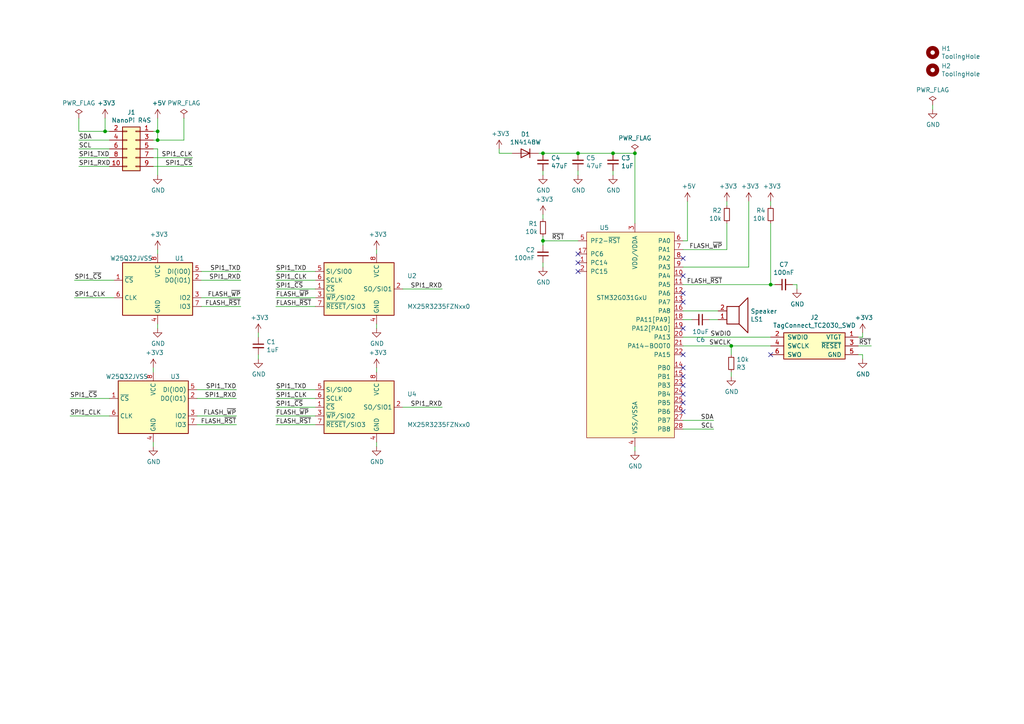
<source format=kicad_sch>
(kicad_sch (version 20211123) (generator eeschema)
  (paper "A4")
  (lib_symbols
    (symbol "Connector_Generic:Conn_02x05_Odd_Even" (pin_names (offset 1.016) hide)
      (property "Reference" "J" (at 1.27 7.62 0))
      (property "Value" "Conn_02x05_Odd_Even" (at 1.27 -7.62 0))
      (symbol "Conn_02x05_Odd_Even_1_1"
        (rectangle (start -1.27 -4.953) (end 0 -5.207) (stroke (width 0.1524)))
        (rectangle (start -1.27 -2.413) (end 0 -2.667) (stroke (width 0.1524)))
        (rectangle (start -1.27 0.127) (end 0 -0.127) (stroke (width 0.1524)))
        (rectangle (start -1.27 2.667) (end 0 2.413) (stroke (width 0.1524)))
        (rectangle (start -1.27 5.207) (end 0 4.953) (stroke (width 0.1524)))
        (rectangle (start -1.27 6.35) (end 3.81 -6.35) (stroke (width 0.254)) (fill (type background)))
        (rectangle (start 3.81 -4.953) (end 2.54 -5.207) (stroke (width 0.1524)))
        (rectangle (start 3.81 -2.413) (end 2.54 -2.667) (stroke (width 0.1524)))
        (rectangle (start 3.81 0.127) (end 2.54 -0.127) (stroke (width 0.1524)))
        (rectangle (start 3.81 2.667) (end 2.54 2.413) (stroke (width 0.1524)))
        (rectangle (start 3.81 5.207) (end 2.54 4.953) (stroke (width 0.1524)))
        (pin passive line (at -5.08 5.08 0) (length 3.81) (name "Pin_1") (number "1"))
        (pin passive line (at 7.62 -5.08 180) (length 3.81) (name "Pin_10") (number "10"))
        (pin passive line (at 7.62 5.08 180) (length 3.81) (name "Pin_2") (number "2"))
        (pin passive line (at -5.08 2.54 0) (length 3.81) (name "Pin_3") (number "3"))
        (pin passive line (at 7.62 2.54 180) (length 3.81) (name "Pin_4") (number "4"))
        (pin passive line (at -5.08 0 0) (length 3.81) (name "Pin_5") (number "5"))
        (pin passive line (at 7.62 0 180) (length 3.81) (name "Pin_6") (number "6"))
        (pin passive line (at -5.08 -2.54 0) (length 3.81) (name "Pin_7") (number "7"))
        (pin passive line (at 7.62 -2.54 180) (length 3.81) (name "Pin_8") (number "8"))
        (pin passive line (at -5.08 -5.08 0) (length 3.81) (name "Pin_9") (number "9"))
      )
    )
    (symbol "Connector_TagConnect:TagConnect_TC2030_SWD" (pin_names (offset 1.016))
      (property "Reference" "J" (at 0 -5.08 0))
      (property "Value" "TagConnect_TC2030_SWD" (at -2.54 5.08 0))
      (symbol "TagConnect_TC2030_SWD_1_1"
        (rectangle (start -8.89 3.81) (end 8.89 -3.81) (stroke (width 0.254)) (fill (type background)))
        (pin passive line (at -12.7 2.54 0) (length 3.81) (name "VTGT") (number "1"))
        (pin passive line (at 12.7 2.54 180) (length 3.81) (name "SWDIO") (number "2"))
        (pin passive line (at -12.7 0 0) (length 3.81) (name "~{RESET}") (number "3"))
        (pin passive line (at 12.7 0 180) (length 3.81) (name "SWCLK") (number "4"))
        (pin passive line (at -12.7 -2.54 0) (length 3.81) (name "GND") (number "5"))
        (pin passive line (at 12.7 -2.54 180) (length 3.81) (name "SWO") (number "6"))
      )
    )
    (symbol "Device:C_Small" (pin_numbers hide) (pin_names (offset 0.254) hide)
      (property "Reference" "C" (at 0.254 1.778 0))
      (property "Value" "C_Small" (at 0.254 -2.032 0))
      (symbol "C_Small_0_1"
        (polyline (pts (xy -1.524 -0.508) (xy 1.524 -0.508)) (stroke (width 0.3302)))
        (polyline (pts (xy -1.524 0.508) (xy 1.524 0.508)) (stroke (width 0.3048)))
      )
      (symbol "C_Small_1_1"
        (pin passive line (at 0 2.54 270) (length 2.032) (name "~") (number "1"))
        (pin passive line (at 0 -2.54 90) (length 2.032) (name "~") (number "2"))
      )
    )
    (symbol "Device:D" (pin_numbers hide) (pin_names (offset 1.016) hide)
      (property "Reference" "D" (at 0 2.54 0))
      (property "Value" "D" (at 0 -2.54 0))
      (symbol "D_0_1"
        (polyline (pts (xy -1.27 1.27) (xy -1.27 -1.27)) (stroke (width 0.254)))
        (polyline (pts (xy 1.27 0) (xy -1.27 0)))
        (polyline (pts (xy 1.27 1.27) (xy 1.27 -1.27) (xy -1.27 0) (xy 1.27 1.27)) (stroke (width 0.254)))
      )
      (symbol "D_1_1"
        (pin passive line (at -3.81 0 0) (length 2.54) (name "K") (number "1"))
        (pin passive line (at 3.81 0 180) (length 2.54) (name "A") (number "2"))
      )
    )
    (symbol "Device:R_Small" (pin_numbers hide) (pin_names (offset 0.254) hide)
      (property "Reference" "R" (at 0.762 0.508 0))
      (property "Value" "R_Small" (at 0.762 -1.016 0))
      (symbol "R_Small_0_1"
        (rectangle (start -0.762 1.778) (end 0.762 -1.778) (stroke (width 0.2032)))
      )
      (symbol "R_Small_1_1"
        (pin passive line (at 0 2.54 270) (length 0.762) (name "~") (number "1"))
        (pin passive line (at 0 -2.54 90) (length 0.762) (name "~") (number "2"))
      )
    )
    (symbol "Device:Speaker" (pin_names (offset 0) hide)
      (property "Reference" "LS" (at 1.27 5.715 0))
      (property "Value" "Speaker" (at 1.27 3.81 0))
      (symbol "Speaker_0_0"
        (rectangle (start -2.54 1.27) (end 1.016 -3.81) (stroke (width 0.254)))
        (polyline (pts (xy 1.016 1.27) (xy 3.556 3.81) (xy 3.556 -6.35) (xy 1.016 -3.81)) (stroke (width 0.254)))
      )
      (symbol "Speaker_1_1"
        (pin input line (at -5.08 0 0) (length 2.54) (name "1") (number "1"))
        (pin input line (at -5.08 -2.54 0) (length 2.54) (name "2") (number "2"))
      )
    )
    (symbol "MCU_ST_STM32G0:STM32G031GxU" (pin_names (offset 1.016))
      (property "Reference" "U" (at -10.16 31.75 0))
      (property "Value" "STM32G031GxU" (at -2.54 10.16 0))
      (symbol "STM32G031GxU_0_0"
        (pin bidirectional line (at -16.51 21.59 0) (length 2.54) (name "PC14") (number "1"))
        (pin bidirectional line (at 13.97 17.78 180) (length 2.54) (name "PA4") (number "10"))
        (pin bidirectional line (at 13.97 15.24 180) (length 2.54) (name "PA5") (number "11"))
        (pin bidirectional line (at 13.97 12.7 180) (length 2.54) (name "PA6") (number "12"))
        (pin bidirectional line (at 13.97 10.16 180) (length 2.54) (name "PA7") (number "13"))
        (pin bidirectional line (at 13.97 -8.89 180) (length 2.54) (name "PB0") (number "14"))
        (pin bidirectional line (at 13.97 -11.43 180) (length 2.54) (name "PB1") (number "15"))
        (pin bidirectional line (at 13.97 7.62 180) (length 2.54) (name "PA8") (number "16"))
        (pin bidirectional line (at -16.51 24.13 0) (length 2.54) (name "PC6") (number "17"))
        (pin bidirectional line (at 13.97 5.08 180) (length 2.54) (name "PA11[PA9]") (number "18"))
        (pin bidirectional line (at 13.97 2.54 180) (length 2.54) (name "PA12[PA10]") (number "19"))
        (pin bidirectional line (at -16.51 19.05 0) (length 2.54) (name "PC15") (number "2"))
        (pin bidirectional line (at 13.97 0 180) (length 2.54) (name "PA13") (number "20"))
        (pin bidirectional line (at 13.97 -2.54 180) (length 2.54) (name "PA14-BOOT0") (number "21"))
        (pin bidirectional line (at 13.97 -5.08 180) (length 2.54) (name "PA15") (number "22"))
        (pin bidirectional line (at 13.97 -13.97 180) (length 2.54) (name "PB3") (number "23"))
        (pin bidirectional line (at 13.97 -16.51 180) (length 2.54) (name "PB4") (number "24"))
        (pin bidirectional line (at 13.97 -19.05 180) (length 2.54) (name "PB5") (number "25"))
        (pin bidirectional line (at 13.97 -21.59 180) (length 2.54) (name "PB6") (number "26"))
        (pin bidirectional line (at 13.97 -24.13 180) (length 2.54) (name "PB7") (number "27"))
        (pin bidirectional line (at 13.97 -26.67 180) (length 2.54) (name "PB8") (number "28"))
        (pin power_in line (at 0 33.02 270) (length 2.54) (name "VDD/VDDA") (number "3"))
        (pin power_in line (at 0 -31.75 90) (length 2.54) (name "VSS/VSSA") (number "4"))
        (pin bidirectional line (at -16.51 27.94 0) (length 2.54) (name "PF2-~{RST}") (number "5"))
        (pin bidirectional line (at 13.97 27.94 180) (length 2.54) (name "PA0") (number "6"))
        (pin bidirectional line (at 13.97 25.4 180) (length 2.54) (name "PA1") (number "7"))
        (pin bidirectional line (at 13.97 22.86 180) (length 2.54) (name "PA2") (number "8"))
        (pin bidirectional line (at 13.97 20.32 180) (length 2.54) (name "PA3") (number "9"))
      )
      (symbol "STM32G031GxU_0_1"
        (rectangle (start -13.97 30.48) (end 11.43 -29.21) (fill (type background)))
      )
    )
    (symbol "Mechanical:MountingHole" (pin_names (offset 1.016))
      (property "Reference" "H" (at 0 5.08 0))
      (property "Value" "MountingHole" (at 0 3.175 0))
      (symbol "MountingHole_0_1"
        (circle (center 0 0) (radius 1.27) (stroke (width 1.27)))
      )
    )
    (symbol "Memory_Flash:MX25R3235FZNxx0"
      (property "Reference" "U" (at -8.89 8.89 0))
      (property "Value" "MX25R3235FZNxx0" (at 15.24 8.89 0))
      (symbol "MX25R3235FZNxx0_1_1"
        (rectangle (start -10.16 7.62) (end 10.16 -7.62) (stroke (width 0.254)) (fill (type background)))
        (pin input line (at -12.7 0 0) (length 2.54) (name "~{CS}") (number "1"))
        (pin bidirectional line (at 12.7 0 180) (length 2.54) (name "SO/SIO1") (number "2"))
        (pin bidirectional line (at -12.7 -2.54 0) (length 2.54) (name "~{WP}/SIO2") (number "3"))
        (pin power_in line (at 5.08 -10.16 90) (length 2.54) (name "GND") (number "4"))
        (pin bidirectional line (at -12.7 5.08 0) (length 2.54) (name "SI/SIO0") (number "5"))
        (pin input line (at -12.7 2.54 0) (length 2.54) (name "SCLK") (number "6"))
        (pin bidirectional line (at -12.7 -5.08 0) (length 2.54) (name "~{RESET}/SIO3") (number "7"))
        (pin power_in line (at 5.08 10.16 270) (length 2.54) (name "VCC") (number "8"))
        (pin passive line (at 5.08 -10.16 90) (length 2.54) hide (name "GND") (number "9"))
      )
    )
    (symbol "Memory_Flash:W25Q32JVSS"
      (property "Reference" "U" (at -8.89 8.89 0))
      (property "Value" "W25Q32JVSS" (at 7.62 8.89 0))
      (symbol "W25Q32JVSS_0_1"
        (rectangle (start -10.16 7.62) (end 10.16 -7.62) (stroke (width 0.254)) (fill (type background)))
      )
      (symbol "W25Q32JVSS_1_1"
        (pin input line (at -12.7 2.54 0) (length 2.54) (name "~{CS}") (number "1"))
        (pin bidirectional line (at 12.7 2.54 180) (length 2.54) (name "DO(IO1)") (number "2"))
        (pin bidirectional line (at 12.7 -2.54 180) (length 2.54) (name "IO2") (number "3"))
        (pin power_in line (at 0 -10.16 90) (length 2.54) (name "GND") (number "4"))
        (pin bidirectional line (at 12.7 5.08 180) (length 2.54) (name "DI(IO0)") (number "5"))
        (pin input line (at -12.7 -2.54 0) (length 2.54) (name "CLK") (number "6"))
        (pin bidirectional line (at 12.7 -5.08 180) (length 2.54) (name "IO3") (number "7"))
        (pin power_in line (at 0 10.16 270) (length 2.54) (name "VCC") (number "8"))
      )
    )
    (symbol "power:+3V3" (power) (pin_names (offset 0))
      (property "Value" "+3V3" (at 0 3.556 0))
      (symbol "+3V3_0_1"
        (polyline (pts (xy -0.762 1.27) (xy 0 2.54)))
        (polyline (pts (xy 0 0) (xy 0 2.54)))
        (polyline (pts (xy 0 2.54) (xy 0.762 1.27)))
      )
      (symbol "+3V3_1_1"
        (pin power_in line (at 0 0 90) (length 0) hide (name "+3V3") (number "1"))
      )
    )
    (symbol "power:+5V" (power) (pin_names (offset 0))
      (property "Value" "+5V" (at 0 3.556 0))
      (symbol "+5V_0_1"
        (polyline (pts (xy -0.762 1.27) (xy 0 2.54)))
        (polyline (pts (xy 0 0) (xy 0 2.54)))
        (polyline (pts (xy 0 2.54) (xy 0.762 1.27)))
      )
      (symbol "+5V_1_1"
        (pin power_in line (at 0 0 90) (length 0) hide (name "+5V") (number "1"))
      )
    )
    (symbol "power:GND" (power) (pin_names (offset 0))
      (property "Value" "GND" (at 0 -3.81 0))
      (symbol "GND_0_1"
        (polyline (pts (xy 0 0) (xy 0 -1.27) (xy 1.27 -1.27) (xy 0 -2.54) (xy -1.27 -1.27) (xy 0 -1.27)))
      )
      (symbol "GND_1_1"
        (pin power_in line (at 0 0 270) (length 0) hide (name "GND") (number "1"))
      )
    )
    (symbol "power:PWR_FLAG" (power) (pin_numbers hide) (pin_names (offset 0) hide)
      (property "Value" "PWR_FLAG" (at 0 3.81 0))
      (symbol "PWR_FLAG_0_0"
        (pin power_out line (at 0 0 90) (length 0) (name "pwr") (number "1"))
      )
      (symbol "PWR_FLAG_0_1"
        (polyline (pts (xy 0 0) (xy 0 1.27) (xy -1.016 1.905) (xy 0 2.54) (xy 1.016 1.905) (xy 0 1.27)))
      )
    )
  )
  (junction (at 184.15 44.45))
  (junction (at 30.48 38.1))
  (junction (at 212.09 100.33))
  (junction (at 167.64 44.45))
  (junction (at 157.48 69.85))
  (junction (at 45.72 38.1))
  (junction (at 177.8 44.45))
  (junction (at 45.72 40.64))
  (junction (at 223.52 82.55))
  (junction (at 157.48 44.45))
  (no_connect (at 198.12 106.68))
  (no_connect (at 223.52 102.87))
  (no_connect (at 198.12 85.09))
  (no_connect (at 198.12 116.84))
  (no_connect (at 198.12 119.38))
  (no_connect (at 198.12 95.25))
  (no_connect (at 198.12 109.22))
  (no_connect (at 167.64 78.74))
  (no_connect (at 167.64 76.2))
  (no_connect (at 198.12 111.76))
  (no_connect (at 198.12 80.01))
  (no_connect (at 198.12 74.93))
  (no_connect (at 167.64 73.66))
  (no_connect (at 198.12 114.3))
  (no_connect (at 198.12 102.87))
  (no_connect (at 198.12 87.63))
  (wire (pts (xy 109.22 95.25) (xy 109.22 93.98)))
  (wire (pts (xy 223.52 82.55) (xy 224.79 82.55)))
  (wire (pts (xy 212.09 109.22) (xy 212.09 107.95)))
  (wire (pts (xy 177.8 44.45) (xy 184.15 44.45)))
  (wire (pts (xy 250.19 97.79) (xy 248.92 97.79)))
  (wire (pts (xy 156.21 44.45) (xy 157.48 44.45)))
  (wire (pts (xy 217.17 77.47) (xy 198.12 77.47)))
  (wire (pts (xy 198.12 72.39) (xy 210.82 72.39)))
  (wire (pts (xy 144.78 44.45) (xy 148.59 44.45)))
  (wire (pts (xy 157.48 44.45) (xy 167.64 44.45)))
  (wire (pts (xy 91.44 88.9) (xy 80.01 88.9)))
  (wire (pts (xy 45.72 38.1) (xy 45.72 40.64)))
  (wire (pts (xy 45.72 43.18) (xy 44.45 43.18)))
  (wire (pts (xy 80.01 78.74) (xy 91.44 78.74)))
  (wire (pts (xy 157.48 69.85) (xy 157.48 68.58)))
  (wire (pts (xy 68.58 113.03) (xy 57.15 113.03)))
  (wire (pts (xy 167.64 49.53) (xy 167.64 50.8)))
  (wire (pts (xy 198.12 82.55) (xy 223.52 82.55)))
  (wire (pts (xy 45.72 95.25) (xy 45.72 93.98)))
  (wire (pts (xy 69.85 78.74) (xy 58.42 78.74)))
  (wire (pts (xy 31.75 48.26) (xy 22.86 48.26)))
  (wire (pts (xy 80.01 81.28) (xy 91.44 81.28)))
  (wire (pts (xy 229.87 82.55) (xy 231.14 82.55)))
  (wire (pts (xy 57.15 115.57) (xy 68.58 115.57)))
  (wire (pts (xy 210.82 72.39) (xy 210.82 64.77)))
  (wire (pts (xy 55.88 45.72) (xy 44.45 45.72)))
  (wire (pts (xy 31.75 43.18) (xy 22.86 43.18)))
  (wire (pts (xy 44.45 106.68) (xy 44.45 107.95)))
  (wire (pts (xy 198.12 97.79) (xy 223.52 97.79)))
  (wire (pts (xy 144.78 43.18) (xy 144.78 44.45)))
  (wire (pts (xy 44.45 40.64) (xy 45.72 40.64)))
  (wire (pts (xy 270.51 30.48) (xy 270.51 31.75)))
  (wire (pts (xy 250.19 96.52) (xy 250.19 97.79)))
  (wire (pts (xy 109.22 129.54) (xy 109.22 128.27)))
  (wire (pts (xy 252.73 100.33) (xy 248.92 100.33)))
  (wire (pts (xy 45.72 72.39) (xy 45.72 73.66)))
  (wire (pts (xy 199.39 69.85) (xy 198.12 69.85)))
  (wire (pts (xy 109.22 72.39) (xy 109.22 73.66)))
  (wire (pts (xy 157.48 69.85) (xy 157.48 71.12)))
  (wire (pts (xy 116.84 83.82) (xy 128.27 83.82)))
  (wire (pts (xy 30.48 38.1) (xy 31.75 38.1)))
  (wire (pts (xy 53.34 40.64) (xy 45.72 40.64)))
  (wire (pts (xy 30.48 34.29) (xy 30.48 38.1)))
  (wire (pts (xy 80.01 118.11) (xy 91.44 118.11)))
  (wire (pts (xy 80.01 115.57) (xy 91.44 115.57)))
  (wire (pts (xy 205.74 92.71) (xy 208.28 92.71)))
  (wire (pts (xy 22.86 38.1) (xy 30.48 38.1)))
  (wire (pts (xy 212.09 100.33) (xy 212.09 102.87)))
  (wire (pts (xy 91.44 120.65) (xy 80.01 120.65)))
  (wire (pts (xy 58.42 81.28) (xy 69.85 81.28)))
  (wire (pts (xy 200.66 92.71) (xy 198.12 92.71)))
  (wire (pts (xy 91.44 86.36) (xy 80.01 86.36)))
  (wire (pts (xy 80.01 113.03) (xy 91.44 113.03)))
  (wire (pts (xy 45.72 34.29) (xy 45.72 38.1)))
  (wire (pts (xy 157.48 77.47) (xy 157.48 76.2)))
  (wire (pts (xy 80.01 83.82) (xy 91.44 83.82)))
  (wire (pts (xy 184.15 130.81) (xy 184.15 129.54)))
  (wire (pts (xy 198.12 90.17) (xy 208.28 90.17)))
  (wire (pts (xy 116.84 118.11) (xy 128.27 118.11)))
  (wire (pts (xy 223.52 58.42) (xy 223.52 59.69)))
  (wire (pts (xy 167.64 44.45) (xy 177.8 44.45)))
  (wire (pts (xy 58.42 86.36) (xy 69.85 86.36)))
  (wire (pts (xy 44.45 129.54) (xy 44.45 128.27)))
  (wire (pts (xy 44.45 38.1) (xy 45.72 38.1)))
  (wire (pts (xy 21.59 81.28) (xy 33.02 81.28)))
  (wire (pts (xy 74.93 104.14) (xy 74.93 102.87)))
  (wire (pts (xy 22.86 45.72) (xy 31.75 45.72)))
  (wire (pts (xy 217.17 58.42) (xy 217.17 77.47)))
  (wire (pts (xy 57.15 120.65) (xy 68.58 120.65)))
  (wire (pts (xy 250.19 104.14) (xy 250.19 102.87)))
  (wire (pts (xy 58.42 88.9) (xy 69.85 88.9)))
  (wire (pts (xy 91.44 123.19) (xy 80.01 123.19)))
  (wire (pts (xy 20.32 115.57) (xy 31.75 115.57)))
  (wire (pts (xy 157.48 49.53) (xy 157.48 50.8)))
  (wire (pts (xy 55.88 48.26) (xy 44.45 48.26)))
  (wire (pts (xy 21.59 86.36) (xy 33.02 86.36)))
  (wire (pts (xy 184.15 44.45) (xy 184.15 64.77)))
  (wire (pts (xy 45.72 50.8) (xy 45.72 43.18)))
  (wire (pts (xy 212.09 100.33) (xy 223.52 100.33)))
  (wire (pts (xy 198.12 100.33) (xy 212.09 100.33)))
  (wire (pts (xy 231.14 82.55) (xy 231.14 83.82)))
  (wire (pts (xy 199.39 58.42) (xy 199.39 69.85)))
  (wire (pts (xy 20.32 120.65) (xy 31.75 120.65)))
  (wire (pts (xy 74.93 96.52) (xy 74.93 97.79)))
  (wire (pts (xy 157.48 62.23) (xy 157.48 63.5)))
  (wire (pts (xy 198.12 124.46) (xy 207.01 124.46)))
  (wire (pts (xy 250.19 102.87) (xy 248.92 102.87)))
  (wire (pts (xy 53.34 34.29) (xy 53.34 40.64)))
  (wire (pts (xy 198.12 121.92) (xy 207.01 121.92)))
  (wire (pts (xy 109.22 106.68) (xy 109.22 107.95)))
  (wire (pts (xy 167.64 69.85) (xy 157.48 69.85)))
  (wire (pts (xy 177.8 49.53) (xy 177.8 50.8)))
  (wire (pts (xy 22.86 34.29) (xy 22.86 38.1)))
  (wire (pts (xy 31.75 40.64) (xy 22.86 40.64)))
  (wire (pts (xy 210.82 58.42) (xy 210.82 59.69)))
  (wire (pts (xy 223.52 64.77) (xy 223.52 82.55)))
  (wire (pts (xy 57.15 123.19) (xy 68.58 123.19)))
  (label "SPI1_RXD" (at 128.27 118.11 180))
  (label "SPI1_TXD" (at 22.86 45.72 0))
  (label "SPI1_TXD" (at 68.58 113.03 180))
  (label "SDA" (at 22.86 40.64 0))
  (label "FLASH_~{WP}" (at 80.01 120.65 0))
  (label "SPI1_~{CS}" (at 55.88 48.26 180))
  (label "SPI1_~{CS}" (at 80.01 83.82 0))
  (label "SPI1_RXD" (at 68.58 115.57 180))
  (label "FLASH_~{WP}" (at 68.58 120.65 180))
  (label "SPI1_CLK" (at 55.88 45.72 180))
  (label "FLASH_~{RST}" (at 69.85 88.9 180))
  (label "~{RST}" (at 252.73 100.33 180))
  (label "SPI1_TXD" (at 69.85 78.74 180))
  (label "SPI1_RXD" (at 69.85 81.28 180))
  (label "FLASH_~{RST}" (at 80.01 88.9 0))
  (label "FLASH_~{WP}" (at 69.85 86.36 180))
  (label "SWCLK" (at 212.09 100.33 180))
  (label "SPI1_CLK" (at 80.01 81.28 0))
  (label "SPI1_TXD" (at 80.01 78.74 0))
  (label "SDA" (at 207.01 121.92 180))
  (label "FLASH_~{RST}" (at 68.58 123.19 180))
  (label "FLASH_~{WP}" (at 80.01 86.36 0))
  (label "SPI1_~{CS}" (at 80.01 118.11 0))
  (label "SPI1_RXD" (at 22.86 48.26 0))
  (label "FLASH_~{RST}" (at 80.01 123.19 0))
  (label "SPI1_~{CS}" (at 21.59 81.28 0))
  (label "~{RST}" (at 160.02 69.85 0))
  (label "FLASH_~{WP}" (at 209.55 72.39 180))
  (label "FLASH_~{RST}" (at 209.55 82.55 180))
  (label "SPI1_RXD" (at 128.27 83.82 180))
  (label "SPI1_CLK" (at 20.32 120.65 0))
  (label "SPI1_TXD" (at 80.01 113.03 0))
  (label "SPI1_CLK" (at 80.01 115.57 0))
  (label "SPI1_CLK" (at 21.59 86.36 0))
  (label "SCL" (at 22.86 43.18 0))
  (label "SPI1_~{CS}" (at 20.32 115.57 0))
  (label "SCL" (at 207.01 124.46 180))
  (label "SWDIO" (at 212.09 97.79 180))
  (symbol (lib_id "Memory_Flash:W25Q32JVSS") (at 45.72 83.82 0) (unit 1)
    (property "Reference" "U1" (at 52.07 74.93 0))
    (property "Value" "W25Q32JVSS" (at 38.1 74.93 0))
    (property "Footprint" "Package_SO:SOIC-8_5.23x5.23mm_P1.27mm" (effects hide))
    (property "Datasheet" "http://www.winbond.com/resource-files/w25q32jv%20revg%2003272018%20plus.pdf" (effects hide))
    (property "LCSC" "C190799" (effects hide))
  )
  (symbol (lib_id "Memory_Flash:MX25R3235FZNxx0") (at 104.14 83.82 0) (unit 1)
    (property "Reference" "U2" (at 118.11 80.01 0) (effects (justify left)))
    (property "Value" "MX25R3235FZNxx0" (at 118.11 88.9 0) (effects (justify left)))
    (property "Footprint" "Package_SON:WSON-8-1EP_6x5mm_P1.27mm_EP3.4x4mm" (effects hide))
    (property "Datasheet" "http://www.macronix.com/Lists/Datasheet/Attachments/7534/MX25R3235F,%20Wide%20Range,%2032Mb,%20v1.6.pdf" (effects hide))
  )
  (symbol (lib_id "Connector_Generic:Conn_02x05_Odd_Even") (at 39.37 43.18 0) (mirror y) (unit 1)
    (property "Reference" "J1" (at 38.1 32.5882 0))
    (property "Value" "NanoPi R4S" (at 38.1 34.8996 0))
    (property "Footprint" "Connector_PinHeader_2.54mm:PinHeader_2x05_P2.54mm_Vertical" (effects hide))
  )
  (symbol (lib_id "power:+5V") (at 45.72 34.29 0) (unit 1)
    (property "Reference" "#PWR0101" (effects hide))
    (property "Value" "+5V" (at 46.101 29.8958 0))
  )
  (symbol (lib_id "power:GND") (at 45.72 50.8 0) (unit 1)
    (property "Reference" "#PWR0102" (effects hide))
    (property "Value" "GND" (at 45.847 55.1942 0))
  )
  (symbol (lib_id "power:+3V3") (at 30.48 34.29 0) (unit 1)
    (property "Reference" "#PWR0103" (effects hide))
    (property "Value" "+3V3" (at 30.861 29.8958 0))
  )
  (symbol (lib_id "power:+3V3") (at 45.72 72.39 0) (unit 1)
    (property "Reference" "#PWR0104" (effects hide))
    (property "Value" "+3V3" (at 46.101 67.9958 0))
  )
  (symbol (lib_id "power:GND") (at 45.72 95.25 0) (unit 1)
    (property "Reference" "#PWR0105" (effects hide))
    (property "Value" "GND" (at 45.847 99.6442 0))
  )
  (symbol (lib_id "power:+3V3") (at 109.22 72.39 0) (unit 1)
    (property "Reference" "#PWR0106" (effects hide))
    (property "Value" "+3V3" (at 109.601 67.9958 0))
  )
  (symbol (lib_id "power:GND") (at 109.22 95.25 0) (unit 1)
    (property "Reference" "#PWR0107" (effects hide))
    (property "Value" "GND" (at 109.347 99.6442 0))
  )
  (symbol (lib_id "Memory_Flash:W25Q32JVSS") (at 44.45 118.11 0) (unit 1)
    (property "Reference" "U3" (at 50.8 109.22 0))
    (property "Value" "W25Q32JVSS" (at 36.83 109.22 0))
    (property "Footprint" "Package_SO:SOIC-8_7.5x5.85mm_P1.27mm" (effects hide))
    (property "Datasheet" "http://www.winbond.com/resource-files/w25q32jv%20revg%2003272018%20plus.pdf" (effects hide))
  )
  (symbol (lib_id "power:+3V3") (at 44.45 106.68 0) (unit 1)
    (property "Reference" "#PWR0108" (effects hide))
    (property "Value" "+3V3" (at 44.831 102.2858 0))
  )
  (symbol (lib_id "power:GND") (at 44.45 129.54 0) (unit 1)
    (property "Reference" "#PWR0109" (effects hide))
    (property "Value" "GND" (at 44.577 133.9342 0))
  )
  (symbol (lib_id "Memory_Flash:MX25R3235FZNxx0") (at 104.14 118.11 0) (unit 1)
    (property "Reference" "U4" (at 118.11 114.3 0) (effects (justify left)))
    (property "Value" "MX25R3235FZNxx0" (at 118.11 123.19 0) (effects (justify left)))
    (property "Footprint" "Package_WSON:WSON-8-1EP_8x6mm_P1.27mm_EP3.4x4.3mm" (effects hide))
    (property "Datasheet" "http://www.macronix.com/Lists/Datasheet/Attachments/7534/MX25R3235F,%20Wide%20Range,%2032Mb,%20v1.6.pdf" (effects hide))
  )
  (symbol (lib_id "power:+3V3") (at 109.22 106.68 0) (unit 1)
    (property "Reference" "#PWR0110" (effects hide))
    (property "Value" "+3V3" (at 109.601 102.2858 0))
  )
  (symbol (lib_id "power:GND") (at 109.22 129.54 0) (unit 1)
    (property "Reference" "#PWR0111" (effects hide))
    (property "Value" "GND" (at 109.347 133.9342 0))
  )
  (symbol (lib_id "Device:C_Small") (at 74.93 100.33 0) (unit 1)
    (property "Reference" "C1" (at 77.2668 99.1616 0) (effects (justify left)))
    (property "Value" "1uF" (at 77.2668 101.473 0) (effects (justify left)))
    (property "Footprint" "Capacitor_SMD:C_0402_1005Metric" (effects hide))
    (property "LCSC" "C52923" (effects hide))
  )
  (symbol (lib_id "power:GND") (at 74.93 104.14 0) (unit 1)
    (property "Reference" "#PWR0112" (effects hide))
    (property "Value" "GND" (at 75.057 108.5342 0))
  )
  (symbol (lib_id "power:+3V3") (at 74.93 96.52 0) (unit 1)
    (property "Reference" "#PWR0113" (effects hide))
    (property "Value" "+3V3" (at 75.311 92.1258 0))
  )
  (symbol (lib_id "Device:R_Small") (at 157.48 66.04 0) (mirror x) (unit 1)
    (property "Reference" "R1" (at 155.9814 64.8716 0) (effects (justify right)))
    (property "Value" "10k" (at 155.9814 67.183 0) (effects (justify right)))
    (property "Footprint" "Resistor_SMD:R_0402_1005Metric" (effects hide))
    (property "LCSC" "C25744" (effects hide))
  )
  (symbol (lib_id "MCU_ST_STM32G0:STM32G031GxU") (at 184.15 97.79 0) (unit 1)
    (property "Reference" "U5" (at 175.26 66.04 0))
    (property "Value" "STM32G031GxU" (at 180.34 86.36 0))
    (property "Footprint" "Package_QFN_ST:Package_QFN_ST_ST_UFQFPN-28_4x4mm_P0.5mm" (effects hide))
    (property "Datasheet" "https://www.st.com/resource/en/datasheet/stm32g031g6.pdf" (effects hide))
    (property "LCSC" "C432211" (effects hide))
  )
  (symbol (lib_id "Device:C_Small") (at 177.8 46.99 180) (unit 1)
    (property "Reference" "C3" (at 180.1368 45.8216 0) (effects (justify right)))
    (property "Value" "1uF" (at 180.1368 48.133 0) (effects (justify right)))
    (property "Footprint" "Capacitor_SMD:C_0402_1005Metric" (effects hide))
    (property "LCSC" "C52923" (effects hide))
  )
  (symbol (lib_id "power:+3V3") (at 144.78 43.18 0) (unit 1)
    (property "Reference" "#PWR0114" (effects hide))
    (property "Value" "+3V3" (at 145.161 38.7858 0))
  )
  (symbol (lib_id "power:GND") (at 177.8 50.8 0) (unit 1)
    (property "Reference" "#PWR0115" (effects hide))
    (property "Value" "GND" (at 177.927 55.1942 0))
  )
  (symbol (lib_id "Device:C_Small") (at 157.48 73.66 0) (mirror x) (unit 1)
    (property "Reference" "C2" (at 155.1686 72.4916 0) (effects (justify right)))
    (property "Value" "100nF" (at 155.1686 74.803 0) (effects (justify right)))
    (property "Footprint" "Capacitor_SMD:C_0402_1005Metric" (effects hide))
    (property "LCSC" "C1525" (effects hide))
  )
  (symbol (lib_id "power:+3V3") (at 157.48 62.23 0) (unit 1)
    (property "Reference" "#PWR0116" (effects hide))
    (property "Value" "+3V3" (at 157.861 57.8358 0))
  )
  (symbol (lib_id "power:GND") (at 157.48 77.47 0) (unit 1)
    (property "Reference" "#PWR0117" (effects hide))
    (property "Value" "GND" (at 157.607 81.8642 0))
  )
  (symbol (lib_id "power:+5V") (at 199.39 58.42 0) (unit 1)
    (property "Reference" "#PWR0118" (effects hide))
    (property "Value" "+5V" (at 199.771 54.0258 0))
  )
  (symbol (lib_id "power:GND") (at 184.15 130.81 0) (unit 1)
    (property "Reference" "#PWR0119" (effects hide))
    (property "Value" "GND" (at 184.277 135.2042 0))
  )
  (symbol (lib_id "Device:R_Small") (at 210.82 62.23 0) (mirror x) (unit 1)
    (property "Reference" "R2" (at 209.3214 61.0616 0) (effects (justify right)))
    (property "Value" "10k" (at 209.3214 63.373 0) (effects (justify right)))
    (property "Footprint" "Resistor_SMD:R_0402_1005Metric" (effects hide))
    (property "LCSC" "C25744" (effects hide))
  )
  (symbol (lib_id "power:+3V3") (at 210.82 58.42 0) (unit 1)
    (property "Reference" "#PWR0120" (effects hide))
    (property "Value" "+3V3" (at 211.201 54.0258 0))
  )
  (symbol (lib_id "Device:R_Small") (at 223.52 62.23 0) (mirror x) (unit 1)
    (property "Reference" "R4" (at 222.0214 61.0616 0) (effects (justify right)))
    (property "Value" "10k" (at 222.0214 63.373 0) (effects (justify right)))
    (property "Footprint" "Resistor_SMD:R_0402_1005Metric" (effects hide))
    (property "LCSC" "C25744" (effects hide))
  )
  (symbol (lib_id "power:+3V3") (at 223.52 58.42 0) (unit 1)
    (property "Reference" "#PWR0121" (effects hide))
    (property "Value" "+3V3" (at 223.901 54.0258 0))
  )
  (symbol (lib_id "Device:R_Small") (at 212.09 105.41 0) (mirror y) (unit 1)
    (property "Reference" "R3" (at 213.5886 106.5784 0) (effects (justify right)))
    (property "Value" "10k" (at 213.5886 104.267 0) (effects (justify right)))
    (property "Footprint" "Resistor_SMD:R_0402_1005Metric" (effects hide))
    (property "LCSC" "C25744" (effects hide))
  )
  (symbol (lib_id "power:GND") (at 212.09 109.22 0) (unit 1)
    (property "Reference" "#PWR0122" (effects hide))
    (property "Value" "GND" (at 212.217 113.6142 0))
  )
  (symbol (lib_id "Connector_TagConnect:TagConnect_TC2030_SWD") (at 236.22 100.33 0) (mirror y) (unit 1)
    (property "Reference" "J2" (at 236.22 92.075 0))
    (property "Value" "TagConnect_TC2030_SWD" (at 236.22 94.3864 0))
    (property "Footprint" "Connector:Tag-Connect_TC2030-IDC-NL_2x03_P1.27mm_Vertical" (effects hide))
  )
  (symbol (lib_id "power:GND") (at 250.19 104.14 0) (unit 1)
    (property "Reference" "#PWR0123" (effects hide))
    (property "Value" "GND" (at 250.317 108.5342 0))
  )
  (symbol (lib_id "power:+3V3") (at 250.19 96.52 0) (unit 1)
    (property "Reference" "#PWR0124" (effects hide))
    (property "Value" "+3V3" (at 250.571 92.1258 0))
  )
  (symbol (lib_id "Device:Speaker") (at 213.36 92.71 0) (mirror x) (unit 1)
    (property "Reference" "LS1" (at 217.678 92.6084 0) (effects (justify left)))
    (property "Value" "Speaker" (at 217.678 90.297 0) (effects (justify left)))
    (property "Footprint" "Speaker_jiangsu:MLT_7525" (effects hide))
    (property "LCSC" "C95299" (effects hide))
  )
  (symbol (lib_id "Device:C_Small") (at 203.2 92.71 270) (mirror x) (unit 1)
    (property "Reference" "C6" (at 203.2 98.5266 90))
    (property "Value" "10uF" (at 203.2 96.2152 90))
    (property "Footprint" "Capacitor_SMD:C_0402_1005Metric" (effects hide))
    (property "LCSC" "C15525" (effects hide))
  )
  (symbol (lib_id "power:+3V3") (at 217.17 58.42 0) (unit 1)
    (property "Reference" "#PWR0125" (effects hide))
    (property "Value" "+3V3" (at 217.551 54.0258 0))
  )
  (symbol (lib_id "Device:D") (at 152.4 44.45 180) (unit 1)
    (property "Reference" "D1" (at 152.4 38.9382 0))
    (property "Value" "1N4148W" (at 152.4 41.2496 0))
    (property "Footprint" "Diode_SMD:D_SOD-123" (effects hide))
    (property "LCSC" "C81598" (effects hide))
  )
  (symbol (lib_id "Device:C_Small") (at 167.64 46.99 180) (unit 1)
    (property "Reference" "C5" (at 169.9768 45.8216 0) (effects (justify right)))
    (property "Value" "47uF" (at 169.9768 48.133 0) (effects (justify right)))
    (property "Footprint" "Capacitor_SMD:C_0603_1608Metric" (effects hide))
    (property "LCSC" "C140782" (effects hide))
  )
  (symbol (lib_id "Device:C_Small") (at 157.48 46.99 180) (unit 1)
    (property "Reference" "C4" (at 159.8168 45.8216 0) (effects (justify right)))
    (property "Value" "47uF" (at 159.8168 48.133 0) (effects (justify right)))
    (property "Footprint" "Capacitor_SMD:C_0603_1608Metric" (effects hide))
    (property "LCSC" "C140782" (effects hide))
  )
  (symbol (lib_id "power:GND") (at 167.64 50.8 0) (unit 1)
    (property "Reference" "#PWR0126" (effects hide))
    (property "Value" "GND" (at 167.767 55.1942 0))
  )
  (symbol (lib_id "power:GND") (at 157.48 50.8 0) (unit 1)
    (property "Reference" "#PWR0127" (effects hide))
    (property "Value" "GND" (at 157.607 55.1942 0))
  )
  (symbol (lib_id "Mechanical:MountingHole") (at 270.51 15.24 0) (unit 1)
    (property "Reference" "H1" (at 273.05 14.0716 0) (effects (justify left)))
    (property "Value" "ToolingHole" (at 273.05 16.383 0) (effects (justify left)))
    (property "Footprint" "ToolingHole:ToolingHole_JLCSMT" (effects hide))
  )
  (symbol (lib_id "Mechanical:MountingHole") (at 270.51 20.32 0) (unit 1)
    (property "Reference" "H2" (at 273.05 19.1516 0) (effects (justify left)))
    (property "Value" "ToolingHole" (at 273.05 21.463 0) (effects (justify left)))
    (property "Footprint" "ToolingHole:ToolingHole_JLCSMT" (effects hide))
  )
  (symbol (lib_id "Device:C_Small") (at 227.33 82.55 90) (mirror x) (unit 1)
    (property "Reference" "C7" (at 227.33 76.7334 90))
    (property "Value" "100nF" (at 227.33 79.0448 90))
    (property "Footprint" "Capacitor_SMD:C_0402_1005Metric" (effects hide))
    (property "LCSC" "C1525" (effects hide))
  )
  (symbol (lib_id "power:GND") (at 231.14 83.82 0) (unit 1)
    (property "Reference" "#PWR0128" (effects hide))
    (property "Value" "GND" (at 231.267 88.2142 0))
  )
  (symbol (lib_id "power:PWR_FLAG") (at 184.15 44.45 0) (unit 1)
    (property "Reference" "#FLG0101" (effects hide))
    (property "Value" "PWR_FLAG" (at 184.15 40.0558 0))
  )
  (symbol (lib_id "power:PWR_FLAG") (at 53.34 34.29 0) (unit 1)
    (property "Reference" "#FLG0102" (effects hide))
    (property "Value" "PWR_FLAG" (at 53.34 29.8958 0))
  )
  (symbol (lib_id "power:PWR_FLAG") (at 22.86 34.29 0) (unit 1)
    (property "Reference" "#FLG0103" (effects hide))
    (property "Value" "PWR_FLAG" (at 22.86 29.8958 0))
  )
  (symbol (lib_id "power:GND") (at 270.51 31.75 0) (unit 1)
    (property "Reference" "#PWR0129" (effects hide))
    (property "Value" "GND" (at 270.637 36.1442 0))
  )
  (symbol (lib_id "power:PWR_FLAG") (at 270.51 30.48 0) (unit 1)
    (property "Reference" "#FLG0104" (effects hide))
    (property "Value" "PWR_FLAG" (at 270.51 26.0858 0))
  )
)
</source>
